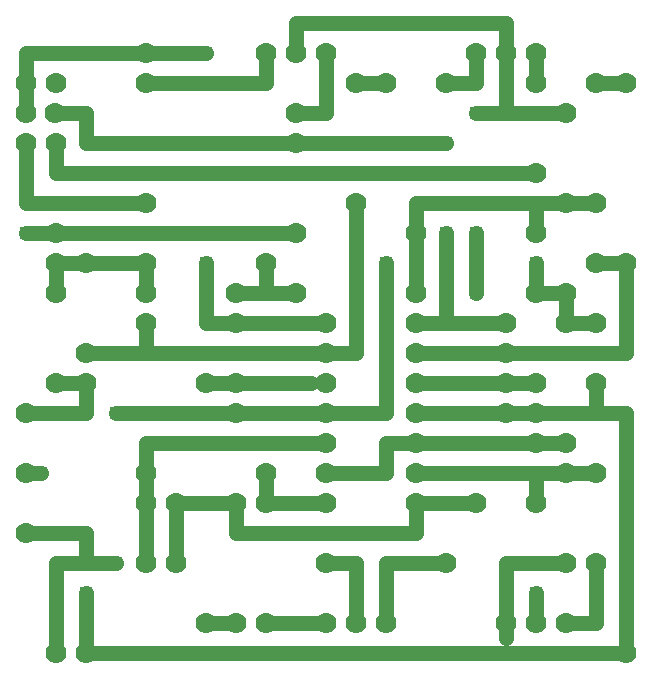
<source format=gbl>
G75*
%MOIN*%
%OFA0B0*%
%FSLAX25Y25*%
%IPPOS*%
%LPD*%
%AMOC8*
5,1,8,0,0,1.08239X$1,22.5*
%
%ADD10C,0.07000*%
%ADD11C,0.05000*%
%ADD12R,0.03962X0.03962*%
D10*
X0068318Y0054667D03*
X0078318Y0054667D03*
X0098318Y0084667D03*
X0108318Y0084667D03*
X0108318Y0104667D03*
X0098318Y0104667D03*
X0098318Y0114667D03*
X0118318Y0144667D03*
X0128318Y0144667D03*
X0128318Y0134667D03*
X0138318Y0114667D03*
X0138318Y0104667D03*
X0128318Y0104667D03*
X0158318Y0104667D03*
X0158318Y0114667D03*
X0158318Y0124667D03*
X0158318Y0134667D03*
X0158318Y0144667D03*
X0158318Y0154667D03*
X0158318Y0164667D03*
X0148318Y0174667D03*
X0138318Y0184667D03*
X0148318Y0194667D03*
X0128318Y0174667D03*
X0128318Y0164667D03*
X0098318Y0164667D03*
X0098318Y0174667D03*
X0098318Y0184667D03*
X0098318Y0204667D03*
X0078318Y0184667D03*
X0068318Y0184667D03*
X0068318Y0194667D03*
X0068318Y0174667D03*
X0078318Y0154667D03*
X0078318Y0144667D03*
X0068318Y0144667D03*
X0058318Y0134667D03*
X0058318Y0114667D03*
X0058318Y0094667D03*
X0118318Y0064667D03*
X0128318Y0064667D03*
X0138318Y0064667D03*
X0158318Y0064667D03*
X0168318Y0064667D03*
X0178318Y0064667D03*
X0198318Y0084667D03*
X0208318Y0104667D03*
X0228318Y0104667D03*
X0238318Y0114667D03*
X0238318Y0124667D03*
X0248318Y0114667D03*
X0228318Y0124667D03*
X0228318Y0134667D03*
X0228318Y0144667D03*
X0218318Y0144667D03*
X0218318Y0154667D03*
X0218318Y0164667D03*
X0228318Y0174667D03*
X0238318Y0174667D03*
X0248318Y0184667D03*
X0258318Y0184667D03*
X0248318Y0204667D03*
X0238318Y0204667D03*
X0228318Y0214667D03*
X0228318Y0194667D03*
X0238318Y0164667D03*
X0248318Y0164667D03*
X0248318Y0144667D03*
X0218318Y0134667D03*
X0188318Y0134667D03*
X0188318Y0144667D03*
X0188318Y0154667D03*
X0188318Y0164667D03*
X0188318Y0174667D03*
X0188318Y0194667D03*
X0168318Y0204667D03*
X0148318Y0224667D03*
X0148318Y0234667D03*
X0148318Y0254667D03*
X0158318Y0254667D03*
X0158318Y0254667D03*
X0168318Y0244667D03*
X0178318Y0244667D03*
X0198318Y0244667D03*
X0208318Y0254667D03*
X0208318Y0254667D03*
X0218318Y0254667D03*
X0228318Y0254667D03*
X0228318Y0254667D03*
X0228318Y0244667D03*
X0238318Y0234667D03*
X0248318Y0244667D03*
X0258318Y0244667D03*
X0188318Y0124667D03*
X0188318Y0114667D03*
X0188318Y0104667D03*
X0158318Y0084667D03*
X0218318Y0064667D03*
X0228318Y0064667D03*
X0238318Y0064667D03*
X0238318Y0084667D03*
X0248318Y0084667D03*
X0258318Y0054667D03*
X0098318Y0244667D03*
X0098318Y0254667D03*
X0068318Y0244667D03*
X0058318Y0244667D03*
X0058318Y0234667D03*
X0068003Y0234667D03*
X0068318Y0224667D03*
X0058318Y0224667D03*
X0138318Y0254667D03*
X0138318Y0254667D03*
D11*
X0138318Y0244667D01*
X0098318Y0244667D01*
X0098318Y0254667D02*
X0058318Y0254667D01*
X0058318Y0234667D01*
X0068318Y0234667D02*
X0078318Y0234667D01*
X0078318Y0224667D01*
X0198318Y0224667D01*
X0148318Y0224667D01*
X0148318Y0234667D02*
X0158318Y0234667D01*
X0158318Y0254667D01*
X0148318Y0254667D02*
X0148318Y0264667D01*
X0218318Y0264667D01*
X0218318Y0254667D01*
X0218318Y0234667D01*
X0238318Y0234667D01*
X0248318Y0244667D02*
X0258318Y0244667D01*
X0228318Y0244667D02*
X0228318Y0254667D01*
X0208318Y0254667D02*
X0208318Y0244667D01*
X0198318Y0244667D01*
X0208318Y0234667D02*
X0218318Y0234667D01*
X0228318Y0214667D02*
X0068318Y0214667D01*
X0068318Y0224667D01*
X0058318Y0224667D02*
X0058318Y0204667D01*
X0098318Y0204667D01*
X0098318Y0184667D02*
X0098318Y0174667D01*
X0098318Y0184667D02*
X0078318Y0184667D01*
X0068318Y0184667D01*
X0068318Y0174667D01*
X0068318Y0194667D02*
X0058318Y0194667D01*
X0068318Y0194667D02*
X0148318Y0194667D01*
X0138318Y0184667D02*
X0138318Y0174667D01*
X0128318Y0174667D01*
X0138318Y0174667D02*
X0148318Y0174667D01*
X0158318Y0164667D02*
X0128318Y0164667D01*
X0118318Y0164667D01*
X0118318Y0184667D01*
X0098318Y0164667D02*
X0098318Y0159667D01*
X0098318Y0164667D02*
X0098318Y0154667D01*
X0078318Y0154667D01*
X0078318Y0144667D02*
X0068318Y0144667D01*
X0078318Y0144667D02*
X0078318Y0134667D01*
X0058318Y0134667D01*
X0058318Y0114667D02*
X0063318Y0114667D01*
X0058318Y0094667D02*
X0078318Y0094667D01*
X0078318Y0084667D01*
X0088318Y0084667D01*
X0078318Y0084667D02*
X0068318Y0084667D01*
X0068318Y0054667D01*
X0078318Y0054667D02*
X0258318Y0054667D01*
X0258318Y0134667D01*
X0248318Y0134667D01*
X0248318Y0144667D01*
X0248318Y0134667D02*
X0228318Y0134667D01*
X0218318Y0134667D01*
X0208318Y0134667D01*
X0188318Y0134667D01*
X0188318Y0144667D02*
X0218318Y0144667D01*
X0228318Y0144667D01*
X0218318Y0154667D02*
X0188318Y0154667D01*
X0188318Y0164667D02*
X0218318Y0164667D01*
X0198318Y0164667D01*
X0198318Y0194667D01*
X0208318Y0194667D02*
X0208318Y0174667D01*
X0228318Y0174667D02*
X0238318Y0174667D01*
X0238318Y0164667D01*
X0248318Y0164667D01*
X0258318Y0154667D02*
X0258318Y0184667D01*
X0248318Y0184667D01*
X0248318Y0204667D02*
X0228318Y0204667D01*
X0188318Y0204667D01*
X0188318Y0194667D01*
X0188318Y0174667D01*
X0178318Y0184667D02*
X0178318Y0134667D01*
X0158318Y0134667D01*
X0128318Y0134667D01*
X0088318Y0134667D01*
X0098318Y0124667D02*
X0098318Y0114667D01*
X0098318Y0104667D01*
X0098318Y0084667D01*
X0108318Y0084667D02*
X0108318Y0104667D01*
X0128318Y0104667D01*
X0128318Y0094667D01*
X0188318Y0094667D01*
X0188318Y0104667D01*
X0208318Y0104667D01*
X0228318Y0104667D02*
X0228318Y0114667D01*
X0238318Y0114667D01*
X0248318Y0114667D01*
X0238318Y0124667D02*
X0228318Y0124667D01*
X0188318Y0124667D01*
X0178318Y0124667D01*
X0178318Y0114667D01*
X0158318Y0114667D01*
X0158318Y0124667D02*
X0098318Y0124667D01*
X0118318Y0144667D02*
X0128318Y0144667D01*
X0153318Y0144667D01*
X0158318Y0154667D02*
X0168318Y0154667D01*
X0168318Y0204667D01*
X0168318Y0244667D02*
X0178318Y0244667D01*
X0228318Y0204667D02*
X0228318Y0194667D01*
X0228318Y0184667D02*
X0228318Y0174667D01*
X0218318Y0154667D02*
X0258318Y0154667D01*
X0228318Y0114667D02*
X0188318Y0114667D01*
X0213318Y0134667D02*
X0218318Y0134667D01*
X0218318Y0084667D02*
X0218318Y0064667D01*
X0218318Y0059667D01*
X0228318Y0064667D02*
X0228318Y0074667D01*
X0238318Y0084667D02*
X0218318Y0084667D01*
X0198318Y0084667D02*
X0178318Y0084667D01*
X0178318Y0064667D01*
X0168318Y0064667D02*
X0168318Y0074667D01*
X0168318Y0084667D01*
X0158318Y0084667D01*
X0158318Y0104667D02*
X0138318Y0104667D01*
X0138318Y0114667D01*
X0158318Y0154667D02*
X0098318Y0154667D01*
X0078318Y0074667D02*
X0078318Y0054667D01*
X0118318Y0064667D02*
X0128318Y0064667D01*
X0138318Y0064667D02*
X0158318Y0064667D01*
X0238318Y0064667D02*
X0248318Y0064667D01*
X0248318Y0084667D01*
X0118318Y0254667D02*
X0098318Y0254667D01*
D12*
X0118318Y0254667D03*
X0058318Y0194667D03*
X0118318Y0184667D03*
X0088318Y0134667D03*
X0078318Y0134667D03*
X0063318Y0114667D03*
X0088318Y0084667D03*
X0078318Y0074667D03*
X0168318Y0074667D03*
X0228318Y0074667D03*
X0208318Y0134667D03*
X0208318Y0174667D03*
X0208318Y0194667D03*
X0198318Y0194667D03*
X0178318Y0184667D03*
X0198318Y0224667D03*
X0208318Y0234667D03*
X0228318Y0184667D03*
M02*

</source>
